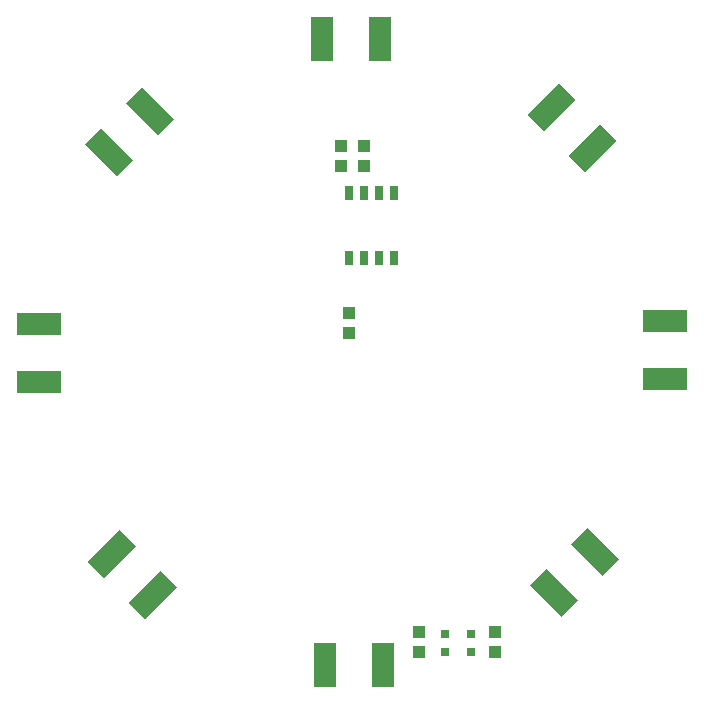
<source format=gtp>
G75*
%MOIN*%
%OFA0B0*%
%FSLAX25Y25*%
%IPPOS*%
%LPD*%
%AMOC8*
5,1,8,0,0,1.08239X$1,22.5*
%
%ADD10R,0.07600X0.15000*%
%ADD11R,0.15000X0.07600*%
%ADD12R,0.02756X0.05118*%
%ADD13R,0.04331X0.03937*%
%ADD14R,0.03937X0.04331*%
%ADD15R,0.03150X0.03150*%
D10*
X0111947Y0016965D03*
X0131247Y0016965D03*
X0130216Y0225622D03*
X0110916Y0225622D03*
D11*
G36*
X0062477Y0042838D02*
X0051871Y0032232D01*
X0046497Y0037606D01*
X0057103Y0048212D01*
X0062477Y0042838D01*
G37*
G36*
X0048830Y0056485D02*
X0038224Y0045879D01*
X0032850Y0051253D01*
X0043456Y0061859D01*
X0048830Y0056485D01*
G37*
X0016731Y0111108D03*
X0016731Y0130408D03*
G36*
X0042673Y0179907D02*
X0032067Y0190513D01*
X0037441Y0195887D01*
X0048047Y0185281D01*
X0042673Y0179907D01*
G37*
G36*
X0056320Y0193555D02*
X0045714Y0204161D01*
X0051088Y0209535D01*
X0061694Y0198929D01*
X0056320Y0193555D01*
G37*
G36*
X0179520Y0200107D02*
X0190126Y0210713D01*
X0195500Y0205339D01*
X0184894Y0194733D01*
X0179520Y0200107D01*
G37*
G36*
X0193167Y0186460D02*
X0203773Y0197066D01*
X0209147Y0191692D01*
X0198541Y0181086D01*
X0193167Y0186460D01*
G37*
X0225422Y0131459D03*
X0225422Y0112159D03*
G36*
X0199469Y0062650D02*
X0210075Y0052044D01*
X0204701Y0046670D01*
X0194095Y0057276D01*
X0199469Y0062650D01*
G37*
G36*
X0185822Y0049003D02*
X0196428Y0038397D01*
X0191054Y0033023D01*
X0180448Y0043629D01*
X0185822Y0049003D01*
G37*
D12*
X0135081Y0152576D03*
X0130081Y0152576D03*
X0125081Y0152576D03*
X0120081Y0152576D03*
X0120081Y0174230D03*
X0125081Y0174230D03*
X0130081Y0174230D03*
X0135081Y0174230D03*
D13*
X0125022Y0183088D03*
X0125022Y0189781D03*
X0143261Y0027807D03*
X0143261Y0021114D03*
X0168526Y0021277D03*
X0168526Y0027970D03*
D14*
X0119904Y0127576D03*
X0119904Y0134269D03*
X0117345Y0183088D03*
X0117345Y0189781D03*
D15*
X0152082Y0027226D03*
X0152082Y0021320D03*
X0160652Y0021277D03*
X0160652Y0027182D03*
M02*

</source>
